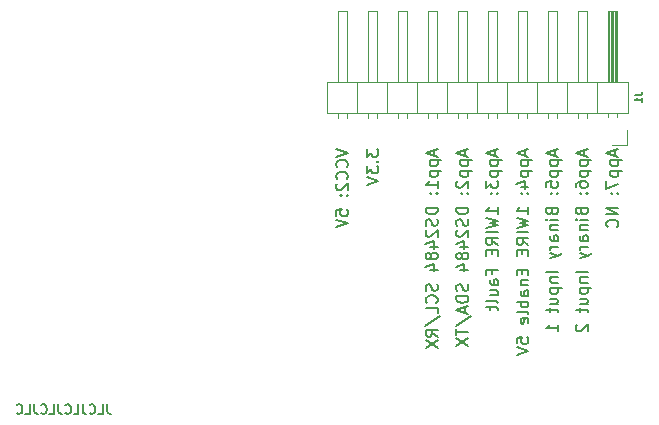
<source format=gbo>
%TF.GenerationSoftware,KiCad,Pcbnew,9.0.3*%
%TF.CreationDate,2025-12-31T10:25:08+01:00*%
%TF.ProjectId,REG1-App-OneWire,52454731-2d41-4707-902d-4f6e65576972,V01.10*%
%TF.SameCoordinates,Original*%
%TF.FileFunction,Legend,Bot*%
%TF.FilePolarity,Positive*%
%FSLAX46Y46*%
G04 Gerber Fmt 4.6, Leading zero omitted, Abs format (unit mm)*
G04 Created by KiCad (PCBNEW 9.0.3) date 2025-12-31 10:25:08*
%MOMM*%
%LPD*%
G01*
G04 APERTURE LIST*
%ADD10C,0.150000*%
%ADD11C,0.160000*%
%ADD12C,0.120000*%
G04 APERTURE END LIST*
D10*
X109954819Y-95901541D02*
X109954819Y-96520588D01*
X109954819Y-96520588D02*
X110335771Y-96187255D01*
X110335771Y-96187255D02*
X110335771Y-96330112D01*
X110335771Y-96330112D02*
X110383390Y-96425350D01*
X110383390Y-96425350D02*
X110431009Y-96472969D01*
X110431009Y-96472969D02*
X110526247Y-96520588D01*
X110526247Y-96520588D02*
X110764342Y-96520588D01*
X110764342Y-96520588D02*
X110859580Y-96472969D01*
X110859580Y-96472969D02*
X110907200Y-96425350D01*
X110907200Y-96425350D02*
X110954819Y-96330112D01*
X110954819Y-96330112D02*
X110954819Y-96044398D01*
X110954819Y-96044398D02*
X110907200Y-95949160D01*
X110907200Y-95949160D02*
X110859580Y-95901541D01*
X110859580Y-96949160D02*
X110907200Y-96996779D01*
X110907200Y-96996779D02*
X110954819Y-96949160D01*
X110954819Y-96949160D02*
X110907200Y-96901541D01*
X110907200Y-96901541D02*
X110859580Y-96949160D01*
X110859580Y-96949160D02*
X110954819Y-96949160D01*
X109954819Y-97330112D02*
X109954819Y-97949159D01*
X109954819Y-97949159D02*
X110335771Y-97615826D01*
X110335771Y-97615826D02*
X110335771Y-97758683D01*
X110335771Y-97758683D02*
X110383390Y-97853921D01*
X110383390Y-97853921D02*
X110431009Y-97901540D01*
X110431009Y-97901540D02*
X110526247Y-97949159D01*
X110526247Y-97949159D02*
X110764342Y-97949159D01*
X110764342Y-97949159D02*
X110859580Y-97901540D01*
X110859580Y-97901540D02*
X110907200Y-97853921D01*
X110907200Y-97853921D02*
X110954819Y-97758683D01*
X110954819Y-97758683D02*
X110954819Y-97472969D01*
X110954819Y-97472969D02*
X110907200Y-97377731D01*
X110907200Y-97377731D02*
X110859580Y-97330112D01*
X109954819Y-98234874D02*
X110954819Y-98568207D01*
X110954819Y-98568207D02*
X109954819Y-98901540D01*
X118269104Y-95949160D02*
X118269104Y-96425350D01*
X118554819Y-95853922D02*
X117554819Y-96187255D01*
X117554819Y-96187255D02*
X118554819Y-96520588D01*
X117888152Y-96853922D02*
X118888152Y-96853922D01*
X117935771Y-96853922D02*
X117888152Y-96949160D01*
X117888152Y-96949160D02*
X117888152Y-97139636D01*
X117888152Y-97139636D02*
X117935771Y-97234874D01*
X117935771Y-97234874D02*
X117983390Y-97282493D01*
X117983390Y-97282493D02*
X118078628Y-97330112D01*
X118078628Y-97330112D02*
X118364342Y-97330112D01*
X118364342Y-97330112D02*
X118459580Y-97282493D01*
X118459580Y-97282493D02*
X118507200Y-97234874D01*
X118507200Y-97234874D02*
X118554819Y-97139636D01*
X118554819Y-97139636D02*
X118554819Y-96949160D01*
X118554819Y-96949160D02*
X118507200Y-96853922D01*
X117888152Y-97758684D02*
X118888152Y-97758684D01*
X117935771Y-97758684D02*
X117888152Y-97853922D01*
X117888152Y-97853922D02*
X117888152Y-98044398D01*
X117888152Y-98044398D02*
X117935771Y-98139636D01*
X117935771Y-98139636D02*
X117983390Y-98187255D01*
X117983390Y-98187255D02*
X118078628Y-98234874D01*
X118078628Y-98234874D02*
X118364342Y-98234874D01*
X118364342Y-98234874D02*
X118459580Y-98187255D01*
X118459580Y-98187255D02*
X118507200Y-98139636D01*
X118507200Y-98139636D02*
X118554819Y-98044398D01*
X118554819Y-98044398D02*
X118554819Y-97853922D01*
X118554819Y-97853922D02*
X118507200Y-97758684D01*
X117650057Y-98615827D02*
X117602438Y-98663446D01*
X117602438Y-98663446D02*
X117554819Y-98758684D01*
X117554819Y-98758684D02*
X117554819Y-98996779D01*
X117554819Y-98996779D02*
X117602438Y-99092017D01*
X117602438Y-99092017D02*
X117650057Y-99139636D01*
X117650057Y-99139636D02*
X117745295Y-99187255D01*
X117745295Y-99187255D02*
X117840533Y-99187255D01*
X117840533Y-99187255D02*
X117983390Y-99139636D01*
X117983390Y-99139636D02*
X118554819Y-98568208D01*
X118554819Y-98568208D02*
X118554819Y-99187255D01*
X118459580Y-99615827D02*
X118507200Y-99663446D01*
X118507200Y-99663446D02*
X118554819Y-99615827D01*
X118554819Y-99615827D02*
X118507200Y-99568208D01*
X118507200Y-99568208D02*
X118459580Y-99615827D01*
X118459580Y-99615827D02*
X118554819Y-99615827D01*
X117935771Y-99615827D02*
X117983390Y-99663446D01*
X117983390Y-99663446D02*
X118031009Y-99615827D01*
X118031009Y-99615827D02*
X117983390Y-99568208D01*
X117983390Y-99568208D02*
X117935771Y-99615827D01*
X117935771Y-99615827D02*
X118031009Y-99615827D01*
X118554819Y-100853922D02*
X117554819Y-100853922D01*
X117554819Y-100853922D02*
X117554819Y-101092017D01*
X117554819Y-101092017D02*
X117602438Y-101234874D01*
X117602438Y-101234874D02*
X117697676Y-101330112D01*
X117697676Y-101330112D02*
X117792914Y-101377731D01*
X117792914Y-101377731D02*
X117983390Y-101425350D01*
X117983390Y-101425350D02*
X118126247Y-101425350D01*
X118126247Y-101425350D02*
X118316723Y-101377731D01*
X118316723Y-101377731D02*
X118411961Y-101330112D01*
X118411961Y-101330112D02*
X118507200Y-101234874D01*
X118507200Y-101234874D02*
X118554819Y-101092017D01*
X118554819Y-101092017D02*
X118554819Y-100853922D01*
X118507200Y-101806303D02*
X118554819Y-101949160D01*
X118554819Y-101949160D02*
X118554819Y-102187255D01*
X118554819Y-102187255D02*
X118507200Y-102282493D01*
X118507200Y-102282493D02*
X118459580Y-102330112D01*
X118459580Y-102330112D02*
X118364342Y-102377731D01*
X118364342Y-102377731D02*
X118269104Y-102377731D01*
X118269104Y-102377731D02*
X118173866Y-102330112D01*
X118173866Y-102330112D02*
X118126247Y-102282493D01*
X118126247Y-102282493D02*
X118078628Y-102187255D01*
X118078628Y-102187255D02*
X118031009Y-101996779D01*
X118031009Y-101996779D02*
X117983390Y-101901541D01*
X117983390Y-101901541D02*
X117935771Y-101853922D01*
X117935771Y-101853922D02*
X117840533Y-101806303D01*
X117840533Y-101806303D02*
X117745295Y-101806303D01*
X117745295Y-101806303D02*
X117650057Y-101853922D01*
X117650057Y-101853922D02*
X117602438Y-101901541D01*
X117602438Y-101901541D02*
X117554819Y-101996779D01*
X117554819Y-101996779D02*
X117554819Y-102234874D01*
X117554819Y-102234874D02*
X117602438Y-102377731D01*
X117650057Y-102758684D02*
X117602438Y-102806303D01*
X117602438Y-102806303D02*
X117554819Y-102901541D01*
X117554819Y-102901541D02*
X117554819Y-103139636D01*
X117554819Y-103139636D02*
X117602438Y-103234874D01*
X117602438Y-103234874D02*
X117650057Y-103282493D01*
X117650057Y-103282493D02*
X117745295Y-103330112D01*
X117745295Y-103330112D02*
X117840533Y-103330112D01*
X117840533Y-103330112D02*
X117983390Y-103282493D01*
X117983390Y-103282493D02*
X118554819Y-102711065D01*
X118554819Y-102711065D02*
X118554819Y-103330112D01*
X117888152Y-104187255D02*
X118554819Y-104187255D01*
X117507200Y-103949160D02*
X118221485Y-103711065D01*
X118221485Y-103711065D02*
X118221485Y-104330112D01*
X117983390Y-104853922D02*
X117935771Y-104758684D01*
X117935771Y-104758684D02*
X117888152Y-104711065D01*
X117888152Y-104711065D02*
X117792914Y-104663446D01*
X117792914Y-104663446D02*
X117745295Y-104663446D01*
X117745295Y-104663446D02*
X117650057Y-104711065D01*
X117650057Y-104711065D02*
X117602438Y-104758684D01*
X117602438Y-104758684D02*
X117554819Y-104853922D01*
X117554819Y-104853922D02*
X117554819Y-105044398D01*
X117554819Y-105044398D02*
X117602438Y-105139636D01*
X117602438Y-105139636D02*
X117650057Y-105187255D01*
X117650057Y-105187255D02*
X117745295Y-105234874D01*
X117745295Y-105234874D02*
X117792914Y-105234874D01*
X117792914Y-105234874D02*
X117888152Y-105187255D01*
X117888152Y-105187255D02*
X117935771Y-105139636D01*
X117935771Y-105139636D02*
X117983390Y-105044398D01*
X117983390Y-105044398D02*
X117983390Y-104853922D01*
X117983390Y-104853922D02*
X118031009Y-104758684D01*
X118031009Y-104758684D02*
X118078628Y-104711065D01*
X118078628Y-104711065D02*
X118173866Y-104663446D01*
X118173866Y-104663446D02*
X118364342Y-104663446D01*
X118364342Y-104663446D02*
X118459580Y-104711065D01*
X118459580Y-104711065D02*
X118507200Y-104758684D01*
X118507200Y-104758684D02*
X118554819Y-104853922D01*
X118554819Y-104853922D02*
X118554819Y-105044398D01*
X118554819Y-105044398D02*
X118507200Y-105139636D01*
X118507200Y-105139636D02*
X118459580Y-105187255D01*
X118459580Y-105187255D02*
X118364342Y-105234874D01*
X118364342Y-105234874D02*
X118173866Y-105234874D01*
X118173866Y-105234874D02*
X118078628Y-105187255D01*
X118078628Y-105187255D02*
X118031009Y-105139636D01*
X118031009Y-105139636D02*
X117983390Y-105044398D01*
X117888152Y-106092017D02*
X118554819Y-106092017D01*
X117507200Y-105853922D02*
X118221485Y-105615827D01*
X118221485Y-105615827D02*
X118221485Y-106234874D01*
X118507200Y-107330113D02*
X118554819Y-107472970D01*
X118554819Y-107472970D02*
X118554819Y-107711065D01*
X118554819Y-107711065D02*
X118507200Y-107806303D01*
X118507200Y-107806303D02*
X118459580Y-107853922D01*
X118459580Y-107853922D02*
X118364342Y-107901541D01*
X118364342Y-107901541D02*
X118269104Y-107901541D01*
X118269104Y-107901541D02*
X118173866Y-107853922D01*
X118173866Y-107853922D02*
X118126247Y-107806303D01*
X118126247Y-107806303D02*
X118078628Y-107711065D01*
X118078628Y-107711065D02*
X118031009Y-107520589D01*
X118031009Y-107520589D02*
X117983390Y-107425351D01*
X117983390Y-107425351D02*
X117935771Y-107377732D01*
X117935771Y-107377732D02*
X117840533Y-107330113D01*
X117840533Y-107330113D02*
X117745295Y-107330113D01*
X117745295Y-107330113D02*
X117650057Y-107377732D01*
X117650057Y-107377732D02*
X117602438Y-107425351D01*
X117602438Y-107425351D02*
X117554819Y-107520589D01*
X117554819Y-107520589D02*
X117554819Y-107758684D01*
X117554819Y-107758684D02*
X117602438Y-107901541D01*
X118554819Y-108330113D02*
X117554819Y-108330113D01*
X117554819Y-108330113D02*
X117554819Y-108568208D01*
X117554819Y-108568208D02*
X117602438Y-108711065D01*
X117602438Y-108711065D02*
X117697676Y-108806303D01*
X117697676Y-108806303D02*
X117792914Y-108853922D01*
X117792914Y-108853922D02*
X117983390Y-108901541D01*
X117983390Y-108901541D02*
X118126247Y-108901541D01*
X118126247Y-108901541D02*
X118316723Y-108853922D01*
X118316723Y-108853922D02*
X118411961Y-108806303D01*
X118411961Y-108806303D02*
X118507200Y-108711065D01*
X118507200Y-108711065D02*
X118554819Y-108568208D01*
X118554819Y-108568208D02*
X118554819Y-108330113D01*
X118269104Y-109282494D02*
X118269104Y-109758684D01*
X118554819Y-109187256D02*
X117554819Y-109520589D01*
X117554819Y-109520589D02*
X118554819Y-109853922D01*
X117507200Y-110901541D02*
X118792914Y-110044399D01*
X117554819Y-111092018D02*
X117554819Y-111663446D01*
X118554819Y-111377732D02*
X117554819Y-111377732D01*
X117554819Y-111901542D02*
X118554819Y-112568208D01*
X117554819Y-112568208D02*
X118554819Y-111901542D01*
X125869104Y-95949160D02*
X125869104Y-96425350D01*
X126154819Y-95853922D02*
X125154819Y-96187255D01*
X125154819Y-96187255D02*
X126154819Y-96520588D01*
X125488152Y-96853922D02*
X126488152Y-96853922D01*
X125535771Y-96853922D02*
X125488152Y-96949160D01*
X125488152Y-96949160D02*
X125488152Y-97139636D01*
X125488152Y-97139636D02*
X125535771Y-97234874D01*
X125535771Y-97234874D02*
X125583390Y-97282493D01*
X125583390Y-97282493D02*
X125678628Y-97330112D01*
X125678628Y-97330112D02*
X125964342Y-97330112D01*
X125964342Y-97330112D02*
X126059580Y-97282493D01*
X126059580Y-97282493D02*
X126107200Y-97234874D01*
X126107200Y-97234874D02*
X126154819Y-97139636D01*
X126154819Y-97139636D02*
X126154819Y-96949160D01*
X126154819Y-96949160D02*
X126107200Y-96853922D01*
X125488152Y-97758684D02*
X126488152Y-97758684D01*
X125535771Y-97758684D02*
X125488152Y-97853922D01*
X125488152Y-97853922D02*
X125488152Y-98044398D01*
X125488152Y-98044398D02*
X125535771Y-98139636D01*
X125535771Y-98139636D02*
X125583390Y-98187255D01*
X125583390Y-98187255D02*
X125678628Y-98234874D01*
X125678628Y-98234874D02*
X125964342Y-98234874D01*
X125964342Y-98234874D02*
X126059580Y-98187255D01*
X126059580Y-98187255D02*
X126107200Y-98139636D01*
X126107200Y-98139636D02*
X126154819Y-98044398D01*
X126154819Y-98044398D02*
X126154819Y-97853922D01*
X126154819Y-97853922D02*
X126107200Y-97758684D01*
X125154819Y-99139636D02*
X125154819Y-98663446D01*
X125154819Y-98663446D02*
X125631009Y-98615827D01*
X125631009Y-98615827D02*
X125583390Y-98663446D01*
X125583390Y-98663446D02*
X125535771Y-98758684D01*
X125535771Y-98758684D02*
X125535771Y-98996779D01*
X125535771Y-98996779D02*
X125583390Y-99092017D01*
X125583390Y-99092017D02*
X125631009Y-99139636D01*
X125631009Y-99139636D02*
X125726247Y-99187255D01*
X125726247Y-99187255D02*
X125964342Y-99187255D01*
X125964342Y-99187255D02*
X126059580Y-99139636D01*
X126059580Y-99139636D02*
X126107200Y-99092017D01*
X126107200Y-99092017D02*
X126154819Y-98996779D01*
X126154819Y-98996779D02*
X126154819Y-98758684D01*
X126154819Y-98758684D02*
X126107200Y-98663446D01*
X126107200Y-98663446D02*
X126059580Y-98615827D01*
X126059580Y-99615827D02*
X126107200Y-99663446D01*
X126107200Y-99663446D02*
X126154819Y-99615827D01*
X126154819Y-99615827D02*
X126107200Y-99568208D01*
X126107200Y-99568208D02*
X126059580Y-99615827D01*
X126059580Y-99615827D02*
X126154819Y-99615827D01*
X125535771Y-99615827D02*
X125583390Y-99663446D01*
X125583390Y-99663446D02*
X125631009Y-99615827D01*
X125631009Y-99615827D02*
X125583390Y-99568208D01*
X125583390Y-99568208D02*
X125535771Y-99615827D01*
X125535771Y-99615827D02*
X125631009Y-99615827D01*
X125631009Y-101187255D02*
X125678628Y-101330112D01*
X125678628Y-101330112D02*
X125726247Y-101377731D01*
X125726247Y-101377731D02*
X125821485Y-101425350D01*
X125821485Y-101425350D02*
X125964342Y-101425350D01*
X125964342Y-101425350D02*
X126059580Y-101377731D01*
X126059580Y-101377731D02*
X126107200Y-101330112D01*
X126107200Y-101330112D02*
X126154819Y-101234874D01*
X126154819Y-101234874D02*
X126154819Y-100853922D01*
X126154819Y-100853922D02*
X125154819Y-100853922D01*
X125154819Y-100853922D02*
X125154819Y-101187255D01*
X125154819Y-101187255D02*
X125202438Y-101282493D01*
X125202438Y-101282493D02*
X125250057Y-101330112D01*
X125250057Y-101330112D02*
X125345295Y-101377731D01*
X125345295Y-101377731D02*
X125440533Y-101377731D01*
X125440533Y-101377731D02*
X125535771Y-101330112D01*
X125535771Y-101330112D02*
X125583390Y-101282493D01*
X125583390Y-101282493D02*
X125631009Y-101187255D01*
X125631009Y-101187255D02*
X125631009Y-100853922D01*
X126154819Y-101853922D02*
X125488152Y-101853922D01*
X125154819Y-101853922D02*
X125202438Y-101806303D01*
X125202438Y-101806303D02*
X125250057Y-101853922D01*
X125250057Y-101853922D02*
X125202438Y-101901541D01*
X125202438Y-101901541D02*
X125154819Y-101853922D01*
X125154819Y-101853922D02*
X125250057Y-101853922D01*
X125488152Y-102330112D02*
X126154819Y-102330112D01*
X125583390Y-102330112D02*
X125535771Y-102377731D01*
X125535771Y-102377731D02*
X125488152Y-102472969D01*
X125488152Y-102472969D02*
X125488152Y-102615826D01*
X125488152Y-102615826D02*
X125535771Y-102711064D01*
X125535771Y-102711064D02*
X125631009Y-102758683D01*
X125631009Y-102758683D02*
X126154819Y-102758683D01*
X126154819Y-103663445D02*
X125631009Y-103663445D01*
X125631009Y-103663445D02*
X125535771Y-103615826D01*
X125535771Y-103615826D02*
X125488152Y-103520588D01*
X125488152Y-103520588D02*
X125488152Y-103330112D01*
X125488152Y-103330112D02*
X125535771Y-103234874D01*
X126107200Y-103663445D02*
X126154819Y-103568207D01*
X126154819Y-103568207D02*
X126154819Y-103330112D01*
X126154819Y-103330112D02*
X126107200Y-103234874D01*
X126107200Y-103234874D02*
X126011961Y-103187255D01*
X126011961Y-103187255D02*
X125916723Y-103187255D01*
X125916723Y-103187255D02*
X125821485Y-103234874D01*
X125821485Y-103234874D02*
X125773866Y-103330112D01*
X125773866Y-103330112D02*
X125773866Y-103568207D01*
X125773866Y-103568207D02*
X125726247Y-103663445D01*
X126154819Y-104139636D02*
X125488152Y-104139636D01*
X125678628Y-104139636D02*
X125583390Y-104187255D01*
X125583390Y-104187255D02*
X125535771Y-104234874D01*
X125535771Y-104234874D02*
X125488152Y-104330112D01*
X125488152Y-104330112D02*
X125488152Y-104425350D01*
X125488152Y-104663446D02*
X126154819Y-104901541D01*
X125488152Y-105139636D02*
X126154819Y-104901541D01*
X126154819Y-104901541D02*
X126392914Y-104806303D01*
X126392914Y-104806303D02*
X126440533Y-104758684D01*
X126440533Y-104758684D02*
X126488152Y-104663446D01*
X126154819Y-106282494D02*
X125154819Y-106282494D01*
X125488152Y-106758684D02*
X126154819Y-106758684D01*
X125583390Y-106758684D02*
X125535771Y-106806303D01*
X125535771Y-106806303D02*
X125488152Y-106901541D01*
X125488152Y-106901541D02*
X125488152Y-107044398D01*
X125488152Y-107044398D02*
X125535771Y-107139636D01*
X125535771Y-107139636D02*
X125631009Y-107187255D01*
X125631009Y-107187255D02*
X126154819Y-107187255D01*
X125488152Y-107663446D02*
X126488152Y-107663446D01*
X125535771Y-107663446D02*
X125488152Y-107758684D01*
X125488152Y-107758684D02*
X125488152Y-107949160D01*
X125488152Y-107949160D02*
X125535771Y-108044398D01*
X125535771Y-108044398D02*
X125583390Y-108092017D01*
X125583390Y-108092017D02*
X125678628Y-108139636D01*
X125678628Y-108139636D02*
X125964342Y-108139636D01*
X125964342Y-108139636D02*
X126059580Y-108092017D01*
X126059580Y-108092017D02*
X126107200Y-108044398D01*
X126107200Y-108044398D02*
X126154819Y-107949160D01*
X126154819Y-107949160D02*
X126154819Y-107758684D01*
X126154819Y-107758684D02*
X126107200Y-107663446D01*
X125488152Y-108996779D02*
X126154819Y-108996779D01*
X125488152Y-108568208D02*
X126011961Y-108568208D01*
X126011961Y-108568208D02*
X126107200Y-108615827D01*
X126107200Y-108615827D02*
X126154819Y-108711065D01*
X126154819Y-108711065D02*
X126154819Y-108853922D01*
X126154819Y-108853922D02*
X126107200Y-108949160D01*
X126107200Y-108949160D02*
X126059580Y-108996779D01*
X125488152Y-109330113D02*
X125488152Y-109711065D01*
X125154819Y-109472970D02*
X126011961Y-109472970D01*
X126011961Y-109472970D02*
X126107200Y-109520589D01*
X126107200Y-109520589D02*
X126154819Y-109615827D01*
X126154819Y-109615827D02*
X126154819Y-109711065D01*
X126154819Y-111330113D02*
X126154819Y-110758685D01*
X126154819Y-111044399D02*
X125154819Y-111044399D01*
X125154819Y-111044399D02*
X125297676Y-110949161D01*
X125297676Y-110949161D02*
X125392914Y-110853923D01*
X125392914Y-110853923D02*
X125440533Y-110758685D01*
X123369104Y-95949160D02*
X123369104Y-96425350D01*
X123654819Y-95853922D02*
X122654819Y-96187255D01*
X122654819Y-96187255D02*
X123654819Y-96520588D01*
X122988152Y-96853922D02*
X123988152Y-96853922D01*
X123035771Y-96853922D02*
X122988152Y-96949160D01*
X122988152Y-96949160D02*
X122988152Y-97139636D01*
X122988152Y-97139636D02*
X123035771Y-97234874D01*
X123035771Y-97234874D02*
X123083390Y-97282493D01*
X123083390Y-97282493D02*
X123178628Y-97330112D01*
X123178628Y-97330112D02*
X123464342Y-97330112D01*
X123464342Y-97330112D02*
X123559580Y-97282493D01*
X123559580Y-97282493D02*
X123607200Y-97234874D01*
X123607200Y-97234874D02*
X123654819Y-97139636D01*
X123654819Y-97139636D02*
X123654819Y-96949160D01*
X123654819Y-96949160D02*
X123607200Y-96853922D01*
X122988152Y-97758684D02*
X123988152Y-97758684D01*
X123035771Y-97758684D02*
X122988152Y-97853922D01*
X122988152Y-97853922D02*
X122988152Y-98044398D01*
X122988152Y-98044398D02*
X123035771Y-98139636D01*
X123035771Y-98139636D02*
X123083390Y-98187255D01*
X123083390Y-98187255D02*
X123178628Y-98234874D01*
X123178628Y-98234874D02*
X123464342Y-98234874D01*
X123464342Y-98234874D02*
X123559580Y-98187255D01*
X123559580Y-98187255D02*
X123607200Y-98139636D01*
X123607200Y-98139636D02*
X123654819Y-98044398D01*
X123654819Y-98044398D02*
X123654819Y-97853922D01*
X123654819Y-97853922D02*
X123607200Y-97758684D01*
X122988152Y-99092017D02*
X123654819Y-99092017D01*
X122607200Y-98853922D02*
X123321485Y-98615827D01*
X123321485Y-98615827D02*
X123321485Y-99234874D01*
X123559580Y-99615827D02*
X123607200Y-99663446D01*
X123607200Y-99663446D02*
X123654819Y-99615827D01*
X123654819Y-99615827D02*
X123607200Y-99568208D01*
X123607200Y-99568208D02*
X123559580Y-99615827D01*
X123559580Y-99615827D02*
X123654819Y-99615827D01*
X123035771Y-99615827D02*
X123083390Y-99663446D01*
X123083390Y-99663446D02*
X123131009Y-99615827D01*
X123131009Y-99615827D02*
X123083390Y-99568208D01*
X123083390Y-99568208D02*
X123035771Y-99615827D01*
X123035771Y-99615827D02*
X123131009Y-99615827D01*
X123654819Y-101377731D02*
X123654819Y-100806303D01*
X123654819Y-101092017D02*
X122654819Y-101092017D01*
X122654819Y-101092017D02*
X122797676Y-100996779D01*
X122797676Y-100996779D02*
X122892914Y-100901541D01*
X122892914Y-100901541D02*
X122940533Y-100806303D01*
X122654819Y-101711065D02*
X123654819Y-101949160D01*
X123654819Y-101949160D02*
X122940533Y-102139636D01*
X122940533Y-102139636D02*
X123654819Y-102330112D01*
X123654819Y-102330112D02*
X122654819Y-102568208D01*
X123654819Y-102949160D02*
X122654819Y-102949160D01*
X123654819Y-103996778D02*
X123178628Y-103663445D01*
X123654819Y-103425350D02*
X122654819Y-103425350D01*
X122654819Y-103425350D02*
X122654819Y-103806302D01*
X122654819Y-103806302D02*
X122702438Y-103901540D01*
X122702438Y-103901540D02*
X122750057Y-103949159D01*
X122750057Y-103949159D02*
X122845295Y-103996778D01*
X122845295Y-103996778D02*
X122988152Y-103996778D01*
X122988152Y-103996778D02*
X123083390Y-103949159D01*
X123083390Y-103949159D02*
X123131009Y-103901540D01*
X123131009Y-103901540D02*
X123178628Y-103806302D01*
X123178628Y-103806302D02*
X123178628Y-103425350D01*
X123131009Y-104425350D02*
X123131009Y-104758683D01*
X123654819Y-104901540D02*
X123654819Y-104425350D01*
X123654819Y-104425350D02*
X122654819Y-104425350D01*
X122654819Y-104425350D02*
X122654819Y-104901540D01*
X123131009Y-106092017D02*
X123131009Y-106425350D01*
X123654819Y-106568207D02*
X123654819Y-106092017D01*
X123654819Y-106092017D02*
X122654819Y-106092017D01*
X122654819Y-106092017D02*
X122654819Y-106568207D01*
X122988152Y-106996779D02*
X123654819Y-106996779D01*
X123083390Y-106996779D02*
X123035771Y-107044398D01*
X123035771Y-107044398D02*
X122988152Y-107139636D01*
X122988152Y-107139636D02*
X122988152Y-107282493D01*
X122988152Y-107282493D02*
X123035771Y-107377731D01*
X123035771Y-107377731D02*
X123131009Y-107425350D01*
X123131009Y-107425350D02*
X123654819Y-107425350D01*
X123654819Y-108330112D02*
X123131009Y-108330112D01*
X123131009Y-108330112D02*
X123035771Y-108282493D01*
X123035771Y-108282493D02*
X122988152Y-108187255D01*
X122988152Y-108187255D02*
X122988152Y-107996779D01*
X122988152Y-107996779D02*
X123035771Y-107901541D01*
X123607200Y-108330112D02*
X123654819Y-108234874D01*
X123654819Y-108234874D02*
X123654819Y-107996779D01*
X123654819Y-107996779D02*
X123607200Y-107901541D01*
X123607200Y-107901541D02*
X123511961Y-107853922D01*
X123511961Y-107853922D02*
X123416723Y-107853922D01*
X123416723Y-107853922D02*
X123321485Y-107901541D01*
X123321485Y-107901541D02*
X123273866Y-107996779D01*
X123273866Y-107996779D02*
X123273866Y-108234874D01*
X123273866Y-108234874D02*
X123226247Y-108330112D01*
X123654819Y-108806303D02*
X122654819Y-108806303D01*
X123035771Y-108806303D02*
X122988152Y-108901541D01*
X122988152Y-108901541D02*
X122988152Y-109092017D01*
X122988152Y-109092017D02*
X123035771Y-109187255D01*
X123035771Y-109187255D02*
X123083390Y-109234874D01*
X123083390Y-109234874D02*
X123178628Y-109282493D01*
X123178628Y-109282493D02*
X123464342Y-109282493D01*
X123464342Y-109282493D02*
X123559580Y-109234874D01*
X123559580Y-109234874D02*
X123607200Y-109187255D01*
X123607200Y-109187255D02*
X123654819Y-109092017D01*
X123654819Y-109092017D02*
X123654819Y-108901541D01*
X123654819Y-108901541D02*
X123607200Y-108806303D01*
X123654819Y-109853922D02*
X123607200Y-109758684D01*
X123607200Y-109758684D02*
X123511961Y-109711065D01*
X123511961Y-109711065D02*
X122654819Y-109711065D01*
X123607200Y-110615827D02*
X123654819Y-110520589D01*
X123654819Y-110520589D02*
X123654819Y-110330113D01*
X123654819Y-110330113D02*
X123607200Y-110234875D01*
X123607200Y-110234875D02*
X123511961Y-110187256D01*
X123511961Y-110187256D02*
X123131009Y-110187256D01*
X123131009Y-110187256D02*
X123035771Y-110234875D01*
X123035771Y-110234875D02*
X122988152Y-110330113D01*
X122988152Y-110330113D02*
X122988152Y-110520589D01*
X122988152Y-110520589D02*
X123035771Y-110615827D01*
X123035771Y-110615827D02*
X123131009Y-110663446D01*
X123131009Y-110663446D02*
X123226247Y-110663446D01*
X123226247Y-110663446D02*
X123321485Y-110187256D01*
X122654819Y-112330113D02*
X122654819Y-111853923D01*
X122654819Y-111853923D02*
X123131009Y-111806304D01*
X123131009Y-111806304D02*
X123083390Y-111853923D01*
X123083390Y-111853923D02*
X123035771Y-111949161D01*
X123035771Y-111949161D02*
X123035771Y-112187256D01*
X123035771Y-112187256D02*
X123083390Y-112282494D01*
X123083390Y-112282494D02*
X123131009Y-112330113D01*
X123131009Y-112330113D02*
X123226247Y-112377732D01*
X123226247Y-112377732D02*
X123464342Y-112377732D01*
X123464342Y-112377732D02*
X123559580Y-112330113D01*
X123559580Y-112330113D02*
X123607200Y-112282494D01*
X123607200Y-112282494D02*
X123654819Y-112187256D01*
X123654819Y-112187256D02*
X123654819Y-111949161D01*
X123654819Y-111949161D02*
X123607200Y-111853923D01*
X123607200Y-111853923D02*
X123559580Y-111806304D01*
X122654819Y-112663447D02*
X123654819Y-112996780D01*
X123654819Y-112996780D02*
X122654819Y-113330113D01*
X120789104Y-95949160D02*
X120789104Y-96425350D01*
X121074819Y-95853922D02*
X120074819Y-96187255D01*
X120074819Y-96187255D02*
X121074819Y-96520588D01*
X120408152Y-96853922D02*
X121408152Y-96853922D01*
X120455771Y-96853922D02*
X120408152Y-96949160D01*
X120408152Y-96949160D02*
X120408152Y-97139636D01*
X120408152Y-97139636D02*
X120455771Y-97234874D01*
X120455771Y-97234874D02*
X120503390Y-97282493D01*
X120503390Y-97282493D02*
X120598628Y-97330112D01*
X120598628Y-97330112D02*
X120884342Y-97330112D01*
X120884342Y-97330112D02*
X120979580Y-97282493D01*
X120979580Y-97282493D02*
X121027200Y-97234874D01*
X121027200Y-97234874D02*
X121074819Y-97139636D01*
X121074819Y-97139636D02*
X121074819Y-96949160D01*
X121074819Y-96949160D02*
X121027200Y-96853922D01*
X120408152Y-97758684D02*
X121408152Y-97758684D01*
X120455771Y-97758684D02*
X120408152Y-97853922D01*
X120408152Y-97853922D02*
X120408152Y-98044398D01*
X120408152Y-98044398D02*
X120455771Y-98139636D01*
X120455771Y-98139636D02*
X120503390Y-98187255D01*
X120503390Y-98187255D02*
X120598628Y-98234874D01*
X120598628Y-98234874D02*
X120884342Y-98234874D01*
X120884342Y-98234874D02*
X120979580Y-98187255D01*
X120979580Y-98187255D02*
X121027200Y-98139636D01*
X121027200Y-98139636D02*
X121074819Y-98044398D01*
X121074819Y-98044398D02*
X121074819Y-97853922D01*
X121074819Y-97853922D02*
X121027200Y-97758684D01*
X120074819Y-98568208D02*
X120074819Y-99187255D01*
X120074819Y-99187255D02*
X120455771Y-98853922D01*
X120455771Y-98853922D02*
X120455771Y-98996779D01*
X120455771Y-98996779D02*
X120503390Y-99092017D01*
X120503390Y-99092017D02*
X120551009Y-99139636D01*
X120551009Y-99139636D02*
X120646247Y-99187255D01*
X120646247Y-99187255D02*
X120884342Y-99187255D01*
X120884342Y-99187255D02*
X120979580Y-99139636D01*
X120979580Y-99139636D02*
X121027200Y-99092017D01*
X121027200Y-99092017D02*
X121074819Y-98996779D01*
X121074819Y-98996779D02*
X121074819Y-98711065D01*
X121074819Y-98711065D02*
X121027200Y-98615827D01*
X121027200Y-98615827D02*
X120979580Y-98568208D01*
X120979580Y-99615827D02*
X121027200Y-99663446D01*
X121027200Y-99663446D02*
X121074819Y-99615827D01*
X121074819Y-99615827D02*
X121027200Y-99568208D01*
X121027200Y-99568208D02*
X120979580Y-99615827D01*
X120979580Y-99615827D02*
X121074819Y-99615827D01*
X120455771Y-99615827D02*
X120503390Y-99663446D01*
X120503390Y-99663446D02*
X120551009Y-99615827D01*
X120551009Y-99615827D02*
X120503390Y-99568208D01*
X120503390Y-99568208D02*
X120455771Y-99615827D01*
X120455771Y-99615827D02*
X120551009Y-99615827D01*
X121074819Y-101377731D02*
X121074819Y-100806303D01*
X121074819Y-101092017D02*
X120074819Y-101092017D01*
X120074819Y-101092017D02*
X120217676Y-100996779D01*
X120217676Y-100996779D02*
X120312914Y-100901541D01*
X120312914Y-100901541D02*
X120360533Y-100806303D01*
X120074819Y-101711065D02*
X121074819Y-101949160D01*
X121074819Y-101949160D02*
X120360533Y-102139636D01*
X120360533Y-102139636D02*
X121074819Y-102330112D01*
X121074819Y-102330112D02*
X120074819Y-102568208D01*
X121074819Y-102949160D02*
X120074819Y-102949160D01*
X121074819Y-103996778D02*
X120598628Y-103663445D01*
X121074819Y-103425350D02*
X120074819Y-103425350D01*
X120074819Y-103425350D02*
X120074819Y-103806302D01*
X120074819Y-103806302D02*
X120122438Y-103901540D01*
X120122438Y-103901540D02*
X120170057Y-103949159D01*
X120170057Y-103949159D02*
X120265295Y-103996778D01*
X120265295Y-103996778D02*
X120408152Y-103996778D01*
X120408152Y-103996778D02*
X120503390Y-103949159D01*
X120503390Y-103949159D02*
X120551009Y-103901540D01*
X120551009Y-103901540D02*
X120598628Y-103806302D01*
X120598628Y-103806302D02*
X120598628Y-103425350D01*
X120551009Y-104425350D02*
X120551009Y-104758683D01*
X121074819Y-104901540D02*
X121074819Y-104425350D01*
X121074819Y-104425350D02*
X120074819Y-104425350D01*
X120074819Y-104425350D02*
X120074819Y-104901540D01*
X120551009Y-106425350D02*
X120551009Y-106092017D01*
X121074819Y-106092017D02*
X120074819Y-106092017D01*
X120074819Y-106092017D02*
X120074819Y-106568207D01*
X121074819Y-107377731D02*
X120551009Y-107377731D01*
X120551009Y-107377731D02*
X120455771Y-107330112D01*
X120455771Y-107330112D02*
X120408152Y-107234874D01*
X120408152Y-107234874D02*
X120408152Y-107044398D01*
X120408152Y-107044398D02*
X120455771Y-106949160D01*
X121027200Y-107377731D02*
X121074819Y-107282493D01*
X121074819Y-107282493D02*
X121074819Y-107044398D01*
X121074819Y-107044398D02*
X121027200Y-106949160D01*
X121027200Y-106949160D02*
X120931961Y-106901541D01*
X120931961Y-106901541D02*
X120836723Y-106901541D01*
X120836723Y-106901541D02*
X120741485Y-106949160D01*
X120741485Y-106949160D02*
X120693866Y-107044398D01*
X120693866Y-107044398D02*
X120693866Y-107282493D01*
X120693866Y-107282493D02*
X120646247Y-107377731D01*
X120408152Y-108282493D02*
X121074819Y-108282493D01*
X120408152Y-107853922D02*
X120931961Y-107853922D01*
X120931961Y-107853922D02*
X121027200Y-107901541D01*
X121027200Y-107901541D02*
X121074819Y-107996779D01*
X121074819Y-107996779D02*
X121074819Y-108139636D01*
X121074819Y-108139636D02*
X121027200Y-108234874D01*
X121027200Y-108234874D02*
X120979580Y-108282493D01*
X121074819Y-108901541D02*
X121027200Y-108806303D01*
X121027200Y-108806303D02*
X120931961Y-108758684D01*
X120931961Y-108758684D02*
X120074819Y-108758684D01*
X120408152Y-109139637D02*
X120408152Y-109520589D01*
X120074819Y-109282494D02*
X120931961Y-109282494D01*
X120931961Y-109282494D02*
X121027200Y-109330113D01*
X121027200Y-109330113D02*
X121074819Y-109425351D01*
X121074819Y-109425351D02*
X121074819Y-109520589D01*
X128369104Y-95949160D02*
X128369104Y-96425350D01*
X128654819Y-95853922D02*
X127654819Y-96187255D01*
X127654819Y-96187255D02*
X128654819Y-96520588D01*
X127988152Y-96853922D02*
X128988152Y-96853922D01*
X128035771Y-96853922D02*
X127988152Y-96949160D01*
X127988152Y-96949160D02*
X127988152Y-97139636D01*
X127988152Y-97139636D02*
X128035771Y-97234874D01*
X128035771Y-97234874D02*
X128083390Y-97282493D01*
X128083390Y-97282493D02*
X128178628Y-97330112D01*
X128178628Y-97330112D02*
X128464342Y-97330112D01*
X128464342Y-97330112D02*
X128559580Y-97282493D01*
X128559580Y-97282493D02*
X128607200Y-97234874D01*
X128607200Y-97234874D02*
X128654819Y-97139636D01*
X128654819Y-97139636D02*
X128654819Y-96949160D01*
X128654819Y-96949160D02*
X128607200Y-96853922D01*
X127988152Y-97758684D02*
X128988152Y-97758684D01*
X128035771Y-97758684D02*
X127988152Y-97853922D01*
X127988152Y-97853922D02*
X127988152Y-98044398D01*
X127988152Y-98044398D02*
X128035771Y-98139636D01*
X128035771Y-98139636D02*
X128083390Y-98187255D01*
X128083390Y-98187255D02*
X128178628Y-98234874D01*
X128178628Y-98234874D02*
X128464342Y-98234874D01*
X128464342Y-98234874D02*
X128559580Y-98187255D01*
X128559580Y-98187255D02*
X128607200Y-98139636D01*
X128607200Y-98139636D02*
X128654819Y-98044398D01*
X128654819Y-98044398D02*
X128654819Y-97853922D01*
X128654819Y-97853922D02*
X128607200Y-97758684D01*
X127654819Y-99092017D02*
X127654819Y-98901541D01*
X127654819Y-98901541D02*
X127702438Y-98806303D01*
X127702438Y-98806303D02*
X127750057Y-98758684D01*
X127750057Y-98758684D02*
X127892914Y-98663446D01*
X127892914Y-98663446D02*
X128083390Y-98615827D01*
X128083390Y-98615827D02*
X128464342Y-98615827D01*
X128464342Y-98615827D02*
X128559580Y-98663446D01*
X128559580Y-98663446D02*
X128607200Y-98711065D01*
X128607200Y-98711065D02*
X128654819Y-98806303D01*
X128654819Y-98806303D02*
X128654819Y-98996779D01*
X128654819Y-98996779D02*
X128607200Y-99092017D01*
X128607200Y-99092017D02*
X128559580Y-99139636D01*
X128559580Y-99139636D02*
X128464342Y-99187255D01*
X128464342Y-99187255D02*
X128226247Y-99187255D01*
X128226247Y-99187255D02*
X128131009Y-99139636D01*
X128131009Y-99139636D02*
X128083390Y-99092017D01*
X128083390Y-99092017D02*
X128035771Y-98996779D01*
X128035771Y-98996779D02*
X128035771Y-98806303D01*
X128035771Y-98806303D02*
X128083390Y-98711065D01*
X128083390Y-98711065D02*
X128131009Y-98663446D01*
X128131009Y-98663446D02*
X128226247Y-98615827D01*
X128559580Y-99615827D02*
X128607200Y-99663446D01*
X128607200Y-99663446D02*
X128654819Y-99615827D01*
X128654819Y-99615827D02*
X128607200Y-99568208D01*
X128607200Y-99568208D02*
X128559580Y-99615827D01*
X128559580Y-99615827D02*
X128654819Y-99615827D01*
X128035771Y-99615827D02*
X128083390Y-99663446D01*
X128083390Y-99663446D02*
X128131009Y-99615827D01*
X128131009Y-99615827D02*
X128083390Y-99568208D01*
X128083390Y-99568208D02*
X128035771Y-99615827D01*
X128035771Y-99615827D02*
X128131009Y-99615827D01*
X128131009Y-101187255D02*
X128178628Y-101330112D01*
X128178628Y-101330112D02*
X128226247Y-101377731D01*
X128226247Y-101377731D02*
X128321485Y-101425350D01*
X128321485Y-101425350D02*
X128464342Y-101425350D01*
X128464342Y-101425350D02*
X128559580Y-101377731D01*
X128559580Y-101377731D02*
X128607200Y-101330112D01*
X128607200Y-101330112D02*
X128654819Y-101234874D01*
X128654819Y-101234874D02*
X128654819Y-100853922D01*
X128654819Y-100853922D02*
X127654819Y-100853922D01*
X127654819Y-100853922D02*
X127654819Y-101187255D01*
X127654819Y-101187255D02*
X127702438Y-101282493D01*
X127702438Y-101282493D02*
X127750057Y-101330112D01*
X127750057Y-101330112D02*
X127845295Y-101377731D01*
X127845295Y-101377731D02*
X127940533Y-101377731D01*
X127940533Y-101377731D02*
X128035771Y-101330112D01*
X128035771Y-101330112D02*
X128083390Y-101282493D01*
X128083390Y-101282493D02*
X128131009Y-101187255D01*
X128131009Y-101187255D02*
X128131009Y-100853922D01*
X128654819Y-101853922D02*
X127988152Y-101853922D01*
X127654819Y-101853922D02*
X127702438Y-101806303D01*
X127702438Y-101806303D02*
X127750057Y-101853922D01*
X127750057Y-101853922D02*
X127702438Y-101901541D01*
X127702438Y-101901541D02*
X127654819Y-101853922D01*
X127654819Y-101853922D02*
X127750057Y-101853922D01*
X127988152Y-102330112D02*
X128654819Y-102330112D01*
X128083390Y-102330112D02*
X128035771Y-102377731D01*
X128035771Y-102377731D02*
X127988152Y-102472969D01*
X127988152Y-102472969D02*
X127988152Y-102615826D01*
X127988152Y-102615826D02*
X128035771Y-102711064D01*
X128035771Y-102711064D02*
X128131009Y-102758683D01*
X128131009Y-102758683D02*
X128654819Y-102758683D01*
X128654819Y-103663445D02*
X128131009Y-103663445D01*
X128131009Y-103663445D02*
X128035771Y-103615826D01*
X128035771Y-103615826D02*
X127988152Y-103520588D01*
X127988152Y-103520588D02*
X127988152Y-103330112D01*
X127988152Y-103330112D02*
X128035771Y-103234874D01*
X128607200Y-103663445D02*
X128654819Y-103568207D01*
X128654819Y-103568207D02*
X128654819Y-103330112D01*
X128654819Y-103330112D02*
X128607200Y-103234874D01*
X128607200Y-103234874D02*
X128511961Y-103187255D01*
X128511961Y-103187255D02*
X128416723Y-103187255D01*
X128416723Y-103187255D02*
X128321485Y-103234874D01*
X128321485Y-103234874D02*
X128273866Y-103330112D01*
X128273866Y-103330112D02*
X128273866Y-103568207D01*
X128273866Y-103568207D02*
X128226247Y-103663445D01*
X128654819Y-104139636D02*
X127988152Y-104139636D01*
X128178628Y-104139636D02*
X128083390Y-104187255D01*
X128083390Y-104187255D02*
X128035771Y-104234874D01*
X128035771Y-104234874D02*
X127988152Y-104330112D01*
X127988152Y-104330112D02*
X127988152Y-104425350D01*
X127988152Y-104663446D02*
X128654819Y-104901541D01*
X127988152Y-105139636D02*
X128654819Y-104901541D01*
X128654819Y-104901541D02*
X128892914Y-104806303D01*
X128892914Y-104806303D02*
X128940533Y-104758684D01*
X128940533Y-104758684D02*
X128988152Y-104663446D01*
X128654819Y-106282494D02*
X127654819Y-106282494D01*
X127988152Y-106758684D02*
X128654819Y-106758684D01*
X128083390Y-106758684D02*
X128035771Y-106806303D01*
X128035771Y-106806303D02*
X127988152Y-106901541D01*
X127988152Y-106901541D02*
X127988152Y-107044398D01*
X127988152Y-107044398D02*
X128035771Y-107139636D01*
X128035771Y-107139636D02*
X128131009Y-107187255D01*
X128131009Y-107187255D02*
X128654819Y-107187255D01*
X127988152Y-107663446D02*
X128988152Y-107663446D01*
X128035771Y-107663446D02*
X127988152Y-107758684D01*
X127988152Y-107758684D02*
X127988152Y-107949160D01*
X127988152Y-107949160D02*
X128035771Y-108044398D01*
X128035771Y-108044398D02*
X128083390Y-108092017D01*
X128083390Y-108092017D02*
X128178628Y-108139636D01*
X128178628Y-108139636D02*
X128464342Y-108139636D01*
X128464342Y-108139636D02*
X128559580Y-108092017D01*
X128559580Y-108092017D02*
X128607200Y-108044398D01*
X128607200Y-108044398D02*
X128654819Y-107949160D01*
X128654819Y-107949160D02*
X128654819Y-107758684D01*
X128654819Y-107758684D02*
X128607200Y-107663446D01*
X127988152Y-108996779D02*
X128654819Y-108996779D01*
X127988152Y-108568208D02*
X128511961Y-108568208D01*
X128511961Y-108568208D02*
X128607200Y-108615827D01*
X128607200Y-108615827D02*
X128654819Y-108711065D01*
X128654819Y-108711065D02*
X128654819Y-108853922D01*
X128654819Y-108853922D02*
X128607200Y-108949160D01*
X128607200Y-108949160D02*
X128559580Y-108996779D01*
X127988152Y-109330113D02*
X127988152Y-109711065D01*
X127654819Y-109472970D02*
X128511961Y-109472970D01*
X128511961Y-109472970D02*
X128607200Y-109520589D01*
X128607200Y-109520589D02*
X128654819Y-109615827D01*
X128654819Y-109615827D02*
X128654819Y-109711065D01*
X127750057Y-110758685D02*
X127702438Y-110806304D01*
X127702438Y-110806304D02*
X127654819Y-110901542D01*
X127654819Y-110901542D02*
X127654819Y-111139637D01*
X127654819Y-111139637D02*
X127702438Y-111234875D01*
X127702438Y-111234875D02*
X127750057Y-111282494D01*
X127750057Y-111282494D02*
X127845295Y-111330113D01*
X127845295Y-111330113D02*
X127940533Y-111330113D01*
X127940533Y-111330113D02*
X128083390Y-111282494D01*
X128083390Y-111282494D02*
X128654819Y-110711066D01*
X128654819Y-110711066D02*
X128654819Y-111330113D01*
X107354819Y-95853922D02*
X108354819Y-96187255D01*
X108354819Y-96187255D02*
X107354819Y-96520588D01*
X108259580Y-97425350D02*
X108307200Y-97377731D01*
X108307200Y-97377731D02*
X108354819Y-97234874D01*
X108354819Y-97234874D02*
X108354819Y-97139636D01*
X108354819Y-97139636D02*
X108307200Y-96996779D01*
X108307200Y-96996779D02*
X108211961Y-96901541D01*
X108211961Y-96901541D02*
X108116723Y-96853922D01*
X108116723Y-96853922D02*
X107926247Y-96806303D01*
X107926247Y-96806303D02*
X107783390Y-96806303D01*
X107783390Y-96806303D02*
X107592914Y-96853922D01*
X107592914Y-96853922D02*
X107497676Y-96901541D01*
X107497676Y-96901541D02*
X107402438Y-96996779D01*
X107402438Y-96996779D02*
X107354819Y-97139636D01*
X107354819Y-97139636D02*
X107354819Y-97234874D01*
X107354819Y-97234874D02*
X107402438Y-97377731D01*
X107402438Y-97377731D02*
X107450057Y-97425350D01*
X108259580Y-98425350D02*
X108307200Y-98377731D01*
X108307200Y-98377731D02*
X108354819Y-98234874D01*
X108354819Y-98234874D02*
X108354819Y-98139636D01*
X108354819Y-98139636D02*
X108307200Y-97996779D01*
X108307200Y-97996779D02*
X108211961Y-97901541D01*
X108211961Y-97901541D02*
X108116723Y-97853922D01*
X108116723Y-97853922D02*
X107926247Y-97806303D01*
X107926247Y-97806303D02*
X107783390Y-97806303D01*
X107783390Y-97806303D02*
X107592914Y-97853922D01*
X107592914Y-97853922D02*
X107497676Y-97901541D01*
X107497676Y-97901541D02*
X107402438Y-97996779D01*
X107402438Y-97996779D02*
X107354819Y-98139636D01*
X107354819Y-98139636D02*
X107354819Y-98234874D01*
X107354819Y-98234874D02*
X107402438Y-98377731D01*
X107402438Y-98377731D02*
X107450057Y-98425350D01*
X107450057Y-98806303D02*
X107402438Y-98853922D01*
X107402438Y-98853922D02*
X107354819Y-98949160D01*
X107354819Y-98949160D02*
X107354819Y-99187255D01*
X107354819Y-99187255D02*
X107402438Y-99282493D01*
X107402438Y-99282493D02*
X107450057Y-99330112D01*
X107450057Y-99330112D02*
X107545295Y-99377731D01*
X107545295Y-99377731D02*
X107640533Y-99377731D01*
X107640533Y-99377731D02*
X107783390Y-99330112D01*
X107783390Y-99330112D02*
X108354819Y-98758684D01*
X108354819Y-98758684D02*
X108354819Y-99377731D01*
X108259580Y-99806303D02*
X108307200Y-99853922D01*
X108307200Y-99853922D02*
X108354819Y-99806303D01*
X108354819Y-99806303D02*
X108307200Y-99758684D01*
X108307200Y-99758684D02*
X108259580Y-99806303D01*
X108259580Y-99806303D02*
X108354819Y-99806303D01*
X107735771Y-99806303D02*
X107783390Y-99853922D01*
X107783390Y-99853922D02*
X107831009Y-99806303D01*
X107831009Y-99806303D02*
X107783390Y-99758684D01*
X107783390Y-99758684D02*
X107735771Y-99806303D01*
X107735771Y-99806303D02*
X107831009Y-99806303D01*
X107354819Y-101520588D02*
X107354819Y-101044398D01*
X107354819Y-101044398D02*
X107831009Y-100996779D01*
X107831009Y-100996779D02*
X107783390Y-101044398D01*
X107783390Y-101044398D02*
X107735771Y-101139636D01*
X107735771Y-101139636D02*
X107735771Y-101377731D01*
X107735771Y-101377731D02*
X107783390Y-101472969D01*
X107783390Y-101472969D02*
X107831009Y-101520588D01*
X107831009Y-101520588D02*
X107926247Y-101568207D01*
X107926247Y-101568207D02*
X108164342Y-101568207D01*
X108164342Y-101568207D02*
X108259580Y-101520588D01*
X108259580Y-101520588D02*
X108307200Y-101472969D01*
X108307200Y-101472969D02*
X108354819Y-101377731D01*
X108354819Y-101377731D02*
X108354819Y-101139636D01*
X108354819Y-101139636D02*
X108307200Y-101044398D01*
X108307200Y-101044398D02*
X108259580Y-100996779D01*
X107354819Y-101853922D02*
X108354819Y-102187255D01*
X108354819Y-102187255D02*
X107354819Y-102520588D01*
X130969104Y-95949160D02*
X130969104Y-96425350D01*
X131254819Y-95853922D02*
X130254819Y-96187255D01*
X130254819Y-96187255D02*
X131254819Y-96520588D01*
X130588152Y-96853922D02*
X131588152Y-96853922D01*
X130635771Y-96853922D02*
X130588152Y-96949160D01*
X130588152Y-96949160D02*
X130588152Y-97139636D01*
X130588152Y-97139636D02*
X130635771Y-97234874D01*
X130635771Y-97234874D02*
X130683390Y-97282493D01*
X130683390Y-97282493D02*
X130778628Y-97330112D01*
X130778628Y-97330112D02*
X131064342Y-97330112D01*
X131064342Y-97330112D02*
X131159580Y-97282493D01*
X131159580Y-97282493D02*
X131207200Y-97234874D01*
X131207200Y-97234874D02*
X131254819Y-97139636D01*
X131254819Y-97139636D02*
X131254819Y-96949160D01*
X131254819Y-96949160D02*
X131207200Y-96853922D01*
X130588152Y-97758684D02*
X131588152Y-97758684D01*
X130635771Y-97758684D02*
X130588152Y-97853922D01*
X130588152Y-97853922D02*
X130588152Y-98044398D01*
X130588152Y-98044398D02*
X130635771Y-98139636D01*
X130635771Y-98139636D02*
X130683390Y-98187255D01*
X130683390Y-98187255D02*
X130778628Y-98234874D01*
X130778628Y-98234874D02*
X131064342Y-98234874D01*
X131064342Y-98234874D02*
X131159580Y-98187255D01*
X131159580Y-98187255D02*
X131207200Y-98139636D01*
X131207200Y-98139636D02*
X131254819Y-98044398D01*
X131254819Y-98044398D02*
X131254819Y-97853922D01*
X131254819Y-97853922D02*
X131207200Y-97758684D01*
X130254819Y-98568208D02*
X130254819Y-99234874D01*
X130254819Y-99234874D02*
X131254819Y-98806303D01*
X131159580Y-99615827D02*
X131207200Y-99663446D01*
X131207200Y-99663446D02*
X131254819Y-99615827D01*
X131254819Y-99615827D02*
X131207200Y-99568208D01*
X131207200Y-99568208D02*
X131159580Y-99615827D01*
X131159580Y-99615827D02*
X131254819Y-99615827D01*
X130635771Y-99615827D02*
X130683390Y-99663446D01*
X130683390Y-99663446D02*
X130731009Y-99615827D01*
X130731009Y-99615827D02*
X130683390Y-99568208D01*
X130683390Y-99568208D02*
X130635771Y-99615827D01*
X130635771Y-99615827D02*
X130731009Y-99615827D01*
X131254819Y-100853922D02*
X130254819Y-100853922D01*
X130254819Y-100853922D02*
X131254819Y-101425350D01*
X131254819Y-101425350D02*
X130254819Y-101425350D01*
X131159580Y-102472969D02*
X131207200Y-102425350D01*
X131207200Y-102425350D02*
X131254819Y-102282493D01*
X131254819Y-102282493D02*
X131254819Y-102187255D01*
X131254819Y-102187255D02*
X131207200Y-102044398D01*
X131207200Y-102044398D02*
X131111961Y-101949160D01*
X131111961Y-101949160D02*
X131016723Y-101901541D01*
X131016723Y-101901541D02*
X130826247Y-101853922D01*
X130826247Y-101853922D02*
X130683390Y-101853922D01*
X130683390Y-101853922D02*
X130492914Y-101901541D01*
X130492914Y-101901541D02*
X130397676Y-101949160D01*
X130397676Y-101949160D02*
X130302438Y-102044398D01*
X130302438Y-102044398D02*
X130254819Y-102187255D01*
X130254819Y-102187255D02*
X130254819Y-102282493D01*
X130254819Y-102282493D02*
X130302438Y-102425350D01*
X130302438Y-102425350D02*
X130350057Y-102472969D01*
X115669104Y-95949160D02*
X115669104Y-96425350D01*
X115954819Y-95853922D02*
X114954819Y-96187255D01*
X114954819Y-96187255D02*
X115954819Y-96520588D01*
X115288152Y-96853922D02*
X116288152Y-96853922D01*
X115335771Y-96853922D02*
X115288152Y-96949160D01*
X115288152Y-96949160D02*
X115288152Y-97139636D01*
X115288152Y-97139636D02*
X115335771Y-97234874D01*
X115335771Y-97234874D02*
X115383390Y-97282493D01*
X115383390Y-97282493D02*
X115478628Y-97330112D01*
X115478628Y-97330112D02*
X115764342Y-97330112D01*
X115764342Y-97330112D02*
X115859580Y-97282493D01*
X115859580Y-97282493D02*
X115907200Y-97234874D01*
X115907200Y-97234874D02*
X115954819Y-97139636D01*
X115954819Y-97139636D02*
X115954819Y-96949160D01*
X115954819Y-96949160D02*
X115907200Y-96853922D01*
X115288152Y-97758684D02*
X116288152Y-97758684D01*
X115335771Y-97758684D02*
X115288152Y-97853922D01*
X115288152Y-97853922D02*
X115288152Y-98044398D01*
X115288152Y-98044398D02*
X115335771Y-98139636D01*
X115335771Y-98139636D02*
X115383390Y-98187255D01*
X115383390Y-98187255D02*
X115478628Y-98234874D01*
X115478628Y-98234874D02*
X115764342Y-98234874D01*
X115764342Y-98234874D02*
X115859580Y-98187255D01*
X115859580Y-98187255D02*
X115907200Y-98139636D01*
X115907200Y-98139636D02*
X115954819Y-98044398D01*
X115954819Y-98044398D02*
X115954819Y-97853922D01*
X115954819Y-97853922D02*
X115907200Y-97758684D01*
X115954819Y-99187255D02*
X115954819Y-98615827D01*
X115954819Y-98901541D02*
X114954819Y-98901541D01*
X114954819Y-98901541D02*
X115097676Y-98806303D01*
X115097676Y-98806303D02*
X115192914Y-98711065D01*
X115192914Y-98711065D02*
X115240533Y-98615827D01*
X115859580Y-99615827D02*
X115907200Y-99663446D01*
X115907200Y-99663446D02*
X115954819Y-99615827D01*
X115954819Y-99615827D02*
X115907200Y-99568208D01*
X115907200Y-99568208D02*
X115859580Y-99615827D01*
X115859580Y-99615827D02*
X115954819Y-99615827D01*
X115335771Y-99615827D02*
X115383390Y-99663446D01*
X115383390Y-99663446D02*
X115431009Y-99615827D01*
X115431009Y-99615827D02*
X115383390Y-99568208D01*
X115383390Y-99568208D02*
X115335771Y-99615827D01*
X115335771Y-99615827D02*
X115431009Y-99615827D01*
X115954819Y-100853922D02*
X114954819Y-100853922D01*
X114954819Y-100853922D02*
X114954819Y-101092017D01*
X114954819Y-101092017D02*
X115002438Y-101234874D01*
X115002438Y-101234874D02*
X115097676Y-101330112D01*
X115097676Y-101330112D02*
X115192914Y-101377731D01*
X115192914Y-101377731D02*
X115383390Y-101425350D01*
X115383390Y-101425350D02*
X115526247Y-101425350D01*
X115526247Y-101425350D02*
X115716723Y-101377731D01*
X115716723Y-101377731D02*
X115811961Y-101330112D01*
X115811961Y-101330112D02*
X115907200Y-101234874D01*
X115907200Y-101234874D02*
X115954819Y-101092017D01*
X115954819Y-101092017D02*
X115954819Y-100853922D01*
X115907200Y-101806303D02*
X115954819Y-101949160D01*
X115954819Y-101949160D02*
X115954819Y-102187255D01*
X115954819Y-102187255D02*
X115907200Y-102282493D01*
X115907200Y-102282493D02*
X115859580Y-102330112D01*
X115859580Y-102330112D02*
X115764342Y-102377731D01*
X115764342Y-102377731D02*
X115669104Y-102377731D01*
X115669104Y-102377731D02*
X115573866Y-102330112D01*
X115573866Y-102330112D02*
X115526247Y-102282493D01*
X115526247Y-102282493D02*
X115478628Y-102187255D01*
X115478628Y-102187255D02*
X115431009Y-101996779D01*
X115431009Y-101996779D02*
X115383390Y-101901541D01*
X115383390Y-101901541D02*
X115335771Y-101853922D01*
X115335771Y-101853922D02*
X115240533Y-101806303D01*
X115240533Y-101806303D02*
X115145295Y-101806303D01*
X115145295Y-101806303D02*
X115050057Y-101853922D01*
X115050057Y-101853922D02*
X115002438Y-101901541D01*
X115002438Y-101901541D02*
X114954819Y-101996779D01*
X114954819Y-101996779D02*
X114954819Y-102234874D01*
X114954819Y-102234874D02*
X115002438Y-102377731D01*
X115050057Y-102758684D02*
X115002438Y-102806303D01*
X115002438Y-102806303D02*
X114954819Y-102901541D01*
X114954819Y-102901541D02*
X114954819Y-103139636D01*
X114954819Y-103139636D02*
X115002438Y-103234874D01*
X115002438Y-103234874D02*
X115050057Y-103282493D01*
X115050057Y-103282493D02*
X115145295Y-103330112D01*
X115145295Y-103330112D02*
X115240533Y-103330112D01*
X115240533Y-103330112D02*
X115383390Y-103282493D01*
X115383390Y-103282493D02*
X115954819Y-102711065D01*
X115954819Y-102711065D02*
X115954819Y-103330112D01*
X115288152Y-104187255D02*
X115954819Y-104187255D01*
X114907200Y-103949160D02*
X115621485Y-103711065D01*
X115621485Y-103711065D02*
X115621485Y-104330112D01*
X115383390Y-104853922D02*
X115335771Y-104758684D01*
X115335771Y-104758684D02*
X115288152Y-104711065D01*
X115288152Y-104711065D02*
X115192914Y-104663446D01*
X115192914Y-104663446D02*
X115145295Y-104663446D01*
X115145295Y-104663446D02*
X115050057Y-104711065D01*
X115050057Y-104711065D02*
X115002438Y-104758684D01*
X115002438Y-104758684D02*
X114954819Y-104853922D01*
X114954819Y-104853922D02*
X114954819Y-105044398D01*
X114954819Y-105044398D02*
X115002438Y-105139636D01*
X115002438Y-105139636D02*
X115050057Y-105187255D01*
X115050057Y-105187255D02*
X115145295Y-105234874D01*
X115145295Y-105234874D02*
X115192914Y-105234874D01*
X115192914Y-105234874D02*
X115288152Y-105187255D01*
X115288152Y-105187255D02*
X115335771Y-105139636D01*
X115335771Y-105139636D02*
X115383390Y-105044398D01*
X115383390Y-105044398D02*
X115383390Y-104853922D01*
X115383390Y-104853922D02*
X115431009Y-104758684D01*
X115431009Y-104758684D02*
X115478628Y-104711065D01*
X115478628Y-104711065D02*
X115573866Y-104663446D01*
X115573866Y-104663446D02*
X115764342Y-104663446D01*
X115764342Y-104663446D02*
X115859580Y-104711065D01*
X115859580Y-104711065D02*
X115907200Y-104758684D01*
X115907200Y-104758684D02*
X115954819Y-104853922D01*
X115954819Y-104853922D02*
X115954819Y-105044398D01*
X115954819Y-105044398D02*
X115907200Y-105139636D01*
X115907200Y-105139636D02*
X115859580Y-105187255D01*
X115859580Y-105187255D02*
X115764342Y-105234874D01*
X115764342Y-105234874D02*
X115573866Y-105234874D01*
X115573866Y-105234874D02*
X115478628Y-105187255D01*
X115478628Y-105187255D02*
X115431009Y-105139636D01*
X115431009Y-105139636D02*
X115383390Y-105044398D01*
X115288152Y-106092017D02*
X115954819Y-106092017D01*
X114907200Y-105853922D02*
X115621485Y-105615827D01*
X115621485Y-105615827D02*
X115621485Y-106234874D01*
X115907200Y-107330113D02*
X115954819Y-107472970D01*
X115954819Y-107472970D02*
X115954819Y-107711065D01*
X115954819Y-107711065D02*
X115907200Y-107806303D01*
X115907200Y-107806303D02*
X115859580Y-107853922D01*
X115859580Y-107853922D02*
X115764342Y-107901541D01*
X115764342Y-107901541D02*
X115669104Y-107901541D01*
X115669104Y-107901541D02*
X115573866Y-107853922D01*
X115573866Y-107853922D02*
X115526247Y-107806303D01*
X115526247Y-107806303D02*
X115478628Y-107711065D01*
X115478628Y-107711065D02*
X115431009Y-107520589D01*
X115431009Y-107520589D02*
X115383390Y-107425351D01*
X115383390Y-107425351D02*
X115335771Y-107377732D01*
X115335771Y-107377732D02*
X115240533Y-107330113D01*
X115240533Y-107330113D02*
X115145295Y-107330113D01*
X115145295Y-107330113D02*
X115050057Y-107377732D01*
X115050057Y-107377732D02*
X115002438Y-107425351D01*
X115002438Y-107425351D02*
X114954819Y-107520589D01*
X114954819Y-107520589D02*
X114954819Y-107758684D01*
X114954819Y-107758684D02*
X115002438Y-107901541D01*
X115859580Y-108901541D02*
X115907200Y-108853922D01*
X115907200Y-108853922D02*
X115954819Y-108711065D01*
X115954819Y-108711065D02*
X115954819Y-108615827D01*
X115954819Y-108615827D02*
X115907200Y-108472970D01*
X115907200Y-108472970D02*
X115811961Y-108377732D01*
X115811961Y-108377732D02*
X115716723Y-108330113D01*
X115716723Y-108330113D02*
X115526247Y-108282494D01*
X115526247Y-108282494D02*
X115383390Y-108282494D01*
X115383390Y-108282494D02*
X115192914Y-108330113D01*
X115192914Y-108330113D02*
X115097676Y-108377732D01*
X115097676Y-108377732D02*
X115002438Y-108472970D01*
X115002438Y-108472970D02*
X114954819Y-108615827D01*
X114954819Y-108615827D02*
X114954819Y-108711065D01*
X114954819Y-108711065D02*
X115002438Y-108853922D01*
X115002438Y-108853922D02*
X115050057Y-108901541D01*
X115954819Y-109806303D02*
X115954819Y-109330113D01*
X115954819Y-109330113D02*
X114954819Y-109330113D01*
X114907200Y-110853922D02*
X116192914Y-109996780D01*
X115954819Y-111758684D02*
X115478628Y-111425351D01*
X115954819Y-111187256D02*
X114954819Y-111187256D01*
X114954819Y-111187256D02*
X114954819Y-111568208D01*
X114954819Y-111568208D02*
X115002438Y-111663446D01*
X115002438Y-111663446D02*
X115050057Y-111711065D01*
X115050057Y-111711065D02*
X115145295Y-111758684D01*
X115145295Y-111758684D02*
X115288152Y-111758684D01*
X115288152Y-111758684D02*
X115383390Y-111711065D01*
X115383390Y-111711065D02*
X115431009Y-111663446D01*
X115431009Y-111663446D02*
X115478628Y-111568208D01*
X115478628Y-111568208D02*
X115478628Y-111187256D01*
X114954819Y-112092018D02*
X115954819Y-112758684D01*
X114954819Y-112758684D02*
X115954819Y-112092018D01*
D11*
X87975689Y-117511775D02*
X87975689Y-118083203D01*
X87975689Y-118083203D02*
X88013784Y-118197489D01*
X88013784Y-118197489D02*
X88089975Y-118273680D01*
X88089975Y-118273680D02*
X88204260Y-118311775D01*
X88204260Y-118311775D02*
X88280451Y-118311775D01*
X87213784Y-118311775D02*
X87594736Y-118311775D01*
X87594736Y-118311775D02*
X87594736Y-117511775D01*
X86489974Y-118235584D02*
X86528070Y-118273680D01*
X86528070Y-118273680D02*
X86642355Y-118311775D01*
X86642355Y-118311775D02*
X86718546Y-118311775D01*
X86718546Y-118311775D02*
X86832832Y-118273680D01*
X86832832Y-118273680D02*
X86909022Y-118197489D01*
X86909022Y-118197489D02*
X86947117Y-118121299D01*
X86947117Y-118121299D02*
X86985213Y-117968918D01*
X86985213Y-117968918D02*
X86985213Y-117854632D01*
X86985213Y-117854632D02*
X86947117Y-117702251D01*
X86947117Y-117702251D02*
X86909022Y-117626060D01*
X86909022Y-117626060D02*
X86832832Y-117549870D01*
X86832832Y-117549870D02*
X86718546Y-117511775D01*
X86718546Y-117511775D02*
X86642355Y-117511775D01*
X86642355Y-117511775D02*
X86528070Y-117549870D01*
X86528070Y-117549870D02*
X86489974Y-117587965D01*
X85918546Y-117511775D02*
X85918546Y-118083203D01*
X85918546Y-118083203D02*
X85956641Y-118197489D01*
X85956641Y-118197489D02*
X86032832Y-118273680D01*
X86032832Y-118273680D02*
X86147117Y-118311775D01*
X86147117Y-118311775D02*
X86223308Y-118311775D01*
X85156641Y-118311775D02*
X85537593Y-118311775D01*
X85537593Y-118311775D02*
X85537593Y-117511775D01*
X84432831Y-118235584D02*
X84470927Y-118273680D01*
X84470927Y-118273680D02*
X84585212Y-118311775D01*
X84585212Y-118311775D02*
X84661403Y-118311775D01*
X84661403Y-118311775D02*
X84775689Y-118273680D01*
X84775689Y-118273680D02*
X84851879Y-118197489D01*
X84851879Y-118197489D02*
X84889974Y-118121299D01*
X84889974Y-118121299D02*
X84928070Y-117968918D01*
X84928070Y-117968918D02*
X84928070Y-117854632D01*
X84928070Y-117854632D02*
X84889974Y-117702251D01*
X84889974Y-117702251D02*
X84851879Y-117626060D01*
X84851879Y-117626060D02*
X84775689Y-117549870D01*
X84775689Y-117549870D02*
X84661403Y-117511775D01*
X84661403Y-117511775D02*
X84585212Y-117511775D01*
X84585212Y-117511775D02*
X84470927Y-117549870D01*
X84470927Y-117549870D02*
X84432831Y-117587965D01*
X83861403Y-117511775D02*
X83861403Y-118083203D01*
X83861403Y-118083203D02*
X83899498Y-118197489D01*
X83899498Y-118197489D02*
X83975689Y-118273680D01*
X83975689Y-118273680D02*
X84089974Y-118311775D01*
X84089974Y-118311775D02*
X84166165Y-118311775D01*
X83099498Y-118311775D02*
X83480450Y-118311775D01*
X83480450Y-118311775D02*
X83480450Y-117511775D01*
X82375688Y-118235584D02*
X82413784Y-118273680D01*
X82413784Y-118273680D02*
X82528069Y-118311775D01*
X82528069Y-118311775D02*
X82604260Y-118311775D01*
X82604260Y-118311775D02*
X82718546Y-118273680D01*
X82718546Y-118273680D02*
X82794736Y-118197489D01*
X82794736Y-118197489D02*
X82832831Y-118121299D01*
X82832831Y-118121299D02*
X82870927Y-117968918D01*
X82870927Y-117968918D02*
X82870927Y-117854632D01*
X82870927Y-117854632D02*
X82832831Y-117702251D01*
X82832831Y-117702251D02*
X82794736Y-117626060D01*
X82794736Y-117626060D02*
X82718546Y-117549870D01*
X82718546Y-117549870D02*
X82604260Y-117511775D01*
X82604260Y-117511775D02*
X82528069Y-117511775D01*
X82528069Y-117511775D02*
X82413784Y-117549870D01*
X82413784Y-117549870D02*
X82375688Y-117587965D01*
X81804260Y-117511775D02*
X81804260Y-118083203D01*
X81804260Y-118083203D02*
X81842355Y-118197489D01*
X81842355Y-118197489D02*
X81918546Y-118273680D01*
X81918546Y-118273680D02*
X82032831Y-118311775D01*
X82032831Y-118311775D02*
X82109022Y-118311775D01*
X81042355Y-118311775D02*
X81423307Y-118311775D01*
X81423307Y-118311775D02*
X81423307Y-117511775D01*
X80318545Y-118235584D02*
X80356641Y-118273680D01*
X80356641Y-118273680D02*
X80470926Y-118311775D01*
X80470926Y-118311775D02*
X80547117Y-118311775D01*
X80547117Y-118311775D02*
X80661403Y-118273680D01*
X80661403Y-118273680D02*
X80737593Y-118197489D01*
X80737593Y-118197489D02*
X80775688Y-118121299D01*
X80775688Y-118121299D02*
X80813784Y-117968918D01*
X80813784Y-117968918D02*
X80813784Y-117854632D01*
X80813784Y-117854632D02*
X80775688Y-117702251D01*
X80775688Y-117702251D02*
X80737593Y-117626060D01*
X80737593Y-117626060D02*
X80661403Y-117549870D01*
X80661403Y-117549870D02*
X80547117Y-117511775D01*
X80547117Y-117511775D02*
X80470926Y-117511775D01*
X80470926Y-117511775D02*
X80356641Y-117549870D01*
X80356641Y-117549870D02*
X80318545Y-117587965D01*
D10*
X132699771Y-91299999D02*
X133128342Y-91299999D01*
X133128342Y-91299999D02*
X133214057Y-91271428D01*
X133214057Y-91271428D02*
X133271200Y-91214285D01*
X133271200Y-91214285D02*
X133299771Y-91128571D01*
X133299771Y-91128571D02*
X133299771Y-91071428D01*
X133299771Y-91899999D02*
X133299771Y-91557142D01*
X133299771Y-91728571D02*
X132699771Y-91728571D01*
X132699771Y-91728571D02*
X132785485Y-91671428D01*
X132785485Y-91671428D02*
X132842628Y-91614285D01*
X132842628Y-91614285D02*
X132871200Y-91557142D01*
D12*
%TO.C,J1*%
X106570000Y-90200000D02*
X132090000Y-90200000D01*
X106570000Y-92860000D02*
X106570000Y-90200000D01*
X107520000Y-84200000D02*
X107520000Y-90200000D01*
X107520000Y-93257071D02*
X107520000Y-92860000D01*
X108280000Y-84200000D02*
X107520000Y-84200000D01*
X108280000Y-90200000D02*
X108280000Y-84200000D01*
X108280000Y-93257071D02*
X108280000Y-92860000D01*
X109170000Y-92860000D02*
X109170000Y-90200000D01*
X110060000Y-84200000D02*
X110060000Y-90200000D01*
X110060000Y-93257071D02*
X110060000Y-92860000D01*
X110820000Y-84200000D02*
X110060000Y-84200000D01*
X110820000Y-90200000D02*
X110820000Y-84200000D01*
X110820000Y-93257071D02*
X110820000Y-92860000D01*
X111710000Y-92860000D02*
X111710000Y-90200000D01*
X112600000Y-84200000D02*
X112600000Y-90200000D01*
X112600000Y-93257071D02*
X112600000Y-92860000D01*
X113360000Y-84200000D02*
X112600000Y-84200000D01*
X113360000Y-90200000D02*
X113360000Y-84200000D01*
X113360000Y-93257071D02*
X113360000Y-92860000D01*
X114250000Y-92860000D02*
X114250000Y-90200000D01*
X115140000Y-84200000D02*
X115140000Y-90200000D01*
X115140000Y-93257071D02*
X115140000Y-92860000D01*
X115900000Y-84200000D02*
X115140000Y-84200000D01*
X115900000Y-90200000D02*
X115900000Y-84200000D01*
X115900000Y-93257071D02*
X115900000Y-92860000D01*
X116790000Y-92860000D02*
X116790000Y-90200000D01*
X117680000Y-84200000D02*
X117680000Y-90200000D01*
X117680000Y-93257071D02*
X117680000Y-92860000D01*
X118440000Y-84200000D02*
X117680000Y-84200000D01*
X118440000Y-90200000D02*
X118440000Y-84200000D01*
X118440000Y-93257071D02*
X118440000Y-92860000D01*
X119330000Y-92860000D02*
X119330000Y-90200000D01*
X120220000Y-84200000D02*
X120220000Y-90200000D01*
X120220000Y-93257071D02*
X120220000Y-92860000D01*
X120980000Y-84200000D02*
X120220000Y-84200000D01*
X120980000Y-90200000D02*
X120980000Y-84200000D01*
X120980000Y-93257071D02*
X120980000Y-92860000D01*
X121870000Y-92860000D02*
X121870000Y-90200000D01*
X122760000Y-84200000D02*
X122760000Y-90200000D01*
X122760000Y-93257071D02*
X122760000Y-92860000D01*
X123520000Y-84200000D02*
X122760000Y-84200000D01*
X123520000Y-90200000D02*
X123520000Y-84200000D01*
X123520000Y-93257071D02*
X123520000Y-92860000D01*
X124410000Y-92860000D02*
X124410000Y-90200000D01*
X125300000Y-84200000D02*
X125300000Y-90200000D01*
X125300000Y-93257071D02*
X125300000Y-92860000D01*
X126060000Y-84200000D02*
X125300000Y-84200000D01*
X126060000Y-90200000D02*
X126060000Y-84200000D01*
X126060000Y-93257071D02*
X126060000Y-92860000D01*
X126950000Y-92860000D02*
X126950000Y-90200000D01*
X127840000Y-84200000D02*
X127840000Y-90200000D01*
X127840000Y-93257071D02*
X127840000Y-92860000D01*
X128600000Y-84200000D02*
X127840000Y-84200000D01*
X128600000Y-90200000D02*
X128600000Y-84200000D01*
X128600000Y-93257071D02*
X128600000Y-92860000D01*
X129490000Y-92860000D02*
X129490000Y-90200000D01*
X130380000Y-84200000D02*
X130380000Y-90200000D01*
X130380000Y-93190000D02*
X130380000Y-92860000D01*
X130480000Y-90200000D02*
X130480000Y-84200000D01*
X130600000Y-90200000D02*
X130600000Y-84200000D01*
X130720000Y-90200000D02*
X130720000Y-84200000D01*
X130760000Y-95570000D02*
X132030000Y-95570000D01*
X130840000Y-90200000D02*
X130840000Y-84200000D01*
X130960000Y-90200000D02*
X130960000Y-84200000D01*
X131080000Y-90200000D02*
X131080000Y-84200000D01*
X131140000Y-84200000D02*
X130380000Y-84200000D01*
X131140000Y-90200000D02*
X131140000Y-84200000D01*
X131140000Y-93190000D02*
X131140000Y-92860000D01*
X132030000Y-95570000D02*
X132030000Y-94300000D01*
X132090000Y-90200000D02*
X132090000Y-92860000D01*
X132090000Y-92860000D02*
X106570000Y-92860000D01*
%TD*%
M02*

</source>
